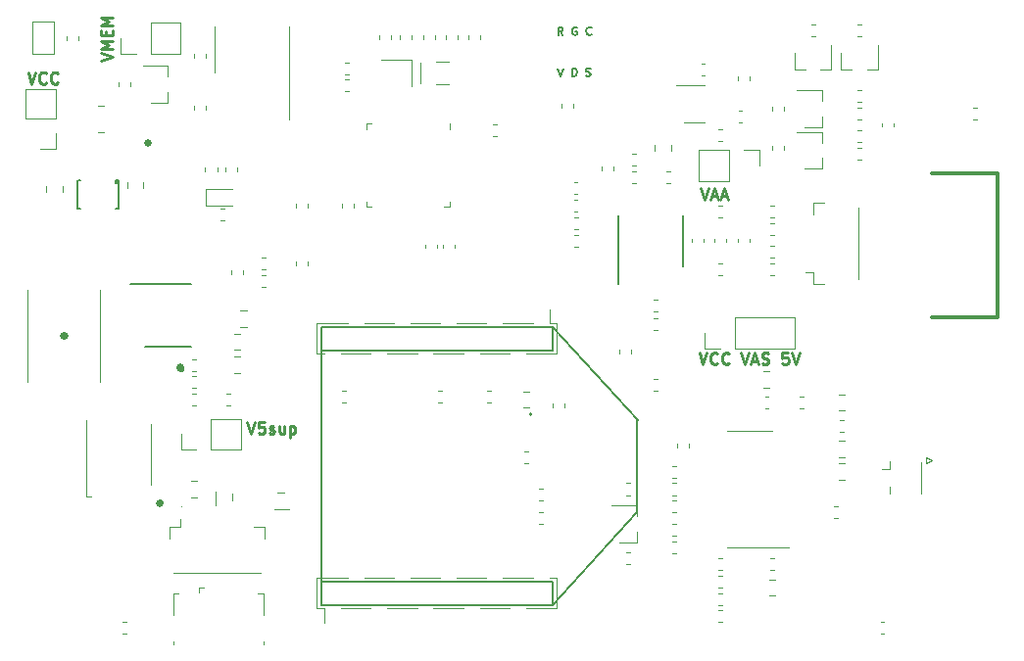
<source format=gto>
G04 #@! TF.GenerationSoftware,KiCad,Pcbnew,(5.1.5-0-10_14)*
G04 #@! TF.CreationDate,2021-06-08T11:11:05+02:00*
G04 #@! TF.ProjectId,Nestbox,4e657374-626f-4782-9e6b-696361645f70,rev?*
G04 #@! TF.SameCoordinates,Original*
G04 #@! TF.FileFunction,Legend,Top*
G04 #@! TF.FilePolarity,Positive*
%FSLAX46Y46*%
G04 Gerber Fmt 4.6, Leading zero omitted, Abs format (unit mm)*
G04 Created by KiCad (PCBNEW (5.1.5-0-10_14)) date 2021-06-08 11:11:05*
%MOMM*%
%LPD*%
G04 APERTURE LIST*
%ADD10C,0.250000*%
%ADD11C,0.500000*%
%ADD12C,0.300000*%
%ADD13C,0.120000*%
%ADD14C,0.150000*%
%ADD15C,0.127000*%
%ADD16C,0.200000*%
%ADD17C,0.100000*%
G04 APERTURE END LIST*
D10*
X115130952Y69297619D02*
X115464285Y68297619D01*
X115797619Y69297619D01*
X116607142Y69297619D02*
X116130952Y69297619D01*
X116083333Y68821428D01*
X116130952Y68869047D01*
X116226190Y68916666D01*
X116464285Y68916666D01*
X116559523Y68869047D01*
X116607142Y68821428D01*
X116654761Y68726190D01*
X116654761Y68488095D01*
X116607142Y68392857D01*
X116559523Y68345238D01*
X116464285Y68297619D01*
X116226190Y68297619D01*
X116130952Y68345238D01*
X116083333Y68392857D01*
X117035714Y68345238D02*
X117130952Y68297619D01*
X117321428Y68297619D01*
X117416666Y68345238D01*
X117464285Y68440476D01*
X117464285Y68488095D01*
X117416666Y68583333D01*
X117321428Y68630952D01*
X117178571Y68630952D01*
X117083333Y68678571D01*
X117035714Y68773809D01*
X117035714Y68821428D01*
X117083333Y68916666D01*
X117178571Y68964285D01*
X117321428Y68964285D01*
X117416666Y68916666D01*
X118321428Y68964285D02*
X118321428Y68297619D01*
X117892857Y68964285D02*
X117892857Y68440476D01*
X117940476Y68345238D01*
X118035714Y68297619D01*
X118178571Y68297619D01*
X118273809Y68345238D01*
X118321428Y68392857D01*
X118797619Y68964285D02*
X118797619Y67964285D01*
X118797619Y68916666D02*
X118892857Y68964285D01*
X119083333Y68964285D01*
X119178571Y68916666D01*
X119226190Y68869047D01*
X119273809Y68773809D01*
X119273809Y68488095D01*
X119226190Y68392857D01*
X119178571Y68345238D01*
X119083333Y68297619D01*
X118892857Y68297619D01*
X118797619Y68345238D01*
X102452380Y100571428D02*
X103452380Y100904761D01*
X102452380Y101238095D01*
X103452380Y101571428D02*
X102452380Y101571428D01*
X103166666Y101904761D01*
X102452380Y102238095D01*
X103452380Y102238095D01*
X102928571Y102714285D02*
X102928571Y103047619D01*
X103452380Y103190476D02*
X103452380Y102714285D01*
X102452380Y102714285D01*
X102452380Y103190476D01*
X103452380Y103619047D02*
X102452380Y103619047D01*
X103166666Y103952380D01*
X102452380Y104285714D01*
X103452380Y104285714D01*
X154166666Y75297619D02*
X154500000Y74297619D01*
X154833333Y75297619D01*
X155738095Y74392857D02*
X155690476Y74345238D01*
X155547619Y74297619D01*
X155452380Y74297619D01*
X155309523Y74345238D01*
X155214285Y74440476D01*
X155166666Y74535714D01*
X155119047Y74726190D01*
X155119047Y74869047D01*
X155166666Y75059523D01*
X155214285Y75154761D01*
X155309523Y75250000D01*
X155452380Y75297619D01*
X155547619Y75297619D01*
X155690476Y75250000D01*
X155738095Y75202380D01*
X156738095Y74392857D02*
X156690476Y74345238D01*
X156547619Y74297619D01*
X156452380Y74297619D01*
X156309523Y74345238D01*
X156214285Y74440476D01*
X156166666Y74535714D01*
X156119047Y74726190D01*
X156119047Y74869047D01*
X156166666Y75059523D01*
X156214285Y75154761D01*
X156309523Y75250000D01*
X156452380Y75297619D01*
X156547619Y75297619D01*
X156690476Y75250000D01*
X156738095Y75202380D01*
X157785714Y75297619D02*
X158119047Y74297619D01*
X158452380Y75297619D01*
X158738095Y74583333D02*
X159214285Y74583333D01*
X158642857Y74297619D02*
X158976190Y75297619D01*
X159309523Y74297619D01*
X159595238Y74345238D02*
X159738095Y74297619D01*
X159976190Y74297619D01*
X160071428Y74345238D01*
X160119047Y74392857D01*
X160166666Y74488095D01*
X160166666Y74583333D01*
X160119047Y74678571D01*
X160071428Y74726190D01*
X159976190Y74773809D01*
X159785714Y74821428D01*
X159690476Y74869047D01*
X159642857Y74916666D01*
X159595238Y75011904D01*
X159595238Y75107142D01*
X159642857Y75202380D01*
X159690476Y75250000D01*
X159785714Y75297619D01*
X160023809Y75297619D01*
X160166666Y75250000D01*
X161833333Y75297619D02*
X161357142Y75297619D01*
X161309523Y74821428D01*
X161357142Y74869047D01*
X161452380Y74916666D01*
X161690476Y74916666D01*
X161785714Y74869047D01*
X161833333Y74821428D01*
X161880952Y74726190D01*
X161880952Y74488095D01*
X161833333Y74392857D01*
X161785714Y74345238D01*
X161690476Y74297619D01*
X161452380Y74297619D01*
X161357142Y74345238D01*
X161309523Y74392857D01*
X162166666Y75297619D02*
X162500000Y74297619D01*
X162833333Y75297619D01*
X154309523Y89547619D02*
X154642857Y88547619D01*
X154976190Y89547619D01*
X155261904Y88833333D02*
X155738095Y88833333D01*
X155166666Y88547619D02*
X155500000Y89547619D01*
X155833333Y88547619D01*
X156119047Y88833333D02*
X156595238Y88833333D01*
X156023809Y88547619D02*
X156357142Y89547619D01*
X156690476Y88547619D01*
D11*
X99214285Y76750000D02*
X99309523Y76845238D01*
X99404761Y76750000D01*
X99309523Y76654761D01*
X99214285Y76750000D01*
X99404761Y76750000D01*
X107464285Y62250000D02*
X107559523Y62345238D01*
X107654761Y62250000D01*
X107559523Y62154761D01*
X107464285Y62250000D01*
X107654761Y62250000D01*
X109214285Y74000000D02*
X109309523Y74095238D01*
X109404761Y74000000D01*
X109309523Y73904761D01*
X109214285Y74000000D01*
X109404761Y74000000D01*
X106428085Y93455800D02*
X106523323Y93551038D01*
X106618561Y93455800D01*
X106523323Y93360561D01*
X106428085Y93455800D01*
X106618561Y93455800D01*
D10*
X96166666Y99547619D02*
X96500000Y98547619D01*
X96833333Y99547619D01*
X97738095Y98642857D02*
X97690476Y98595238D01*
X97547619Y98547619D01*
X97452380Y98547619D01*
X97309523Y98595238D01*
X97214285Y98690476D01*
X97166666Y98785714D01*
X97119047Y98976190D01*
X97119047Y99119047D01*
X97166666Y99309523D01*
X97214285Y99404761D01*
X97309523Y99500000D01*
X97452380Y99547619D01*
X97547619Y99547619D01*
X97690476Y99500000D01*
X97738095Y99452380D01*
X98738095Y98642857D02*
X98690476Y98595238D01*
X98547619Y98547619D01*
X98452380Y98547619D01*
X98309523Y98595238D01*
X98214285Y98690476D01*
X98166666Y98785714D01*
X98119047Y98976190D01*
X98119047Y99119047D01*
X98166666Y99309523D01*
X98214285Y99404761D01*
X98309523Y99500000D01*
X98452380Y99547619D01*
X98547619Y99547619D01*
X98690476Y99500000D01*
X98738095Y99452380D01*
D12*
X107640000Y62419285D02*
X107711428Y62347857D01*
X107640000Y62276428D01*
X107568571Y62347857D01*
X107640000Y62419285D01*
X107640000Y62276428D01*
X106460000Y93469285D02*
X106531428Y93397857D01*
X106460000Y93326428D01*
X106388571Y93397857D01*
X106460000Y93469285D01*
X106460000Y93326428D01*
X109460000Y73969285D02*
X109531428Y73897857D01*
X109460000Y73826428D01*
X109388571Y73897857D01*
X109460000Y73969285D01*
X109460000Y73826428D01*
D13*
X155837221Y93590000D02*
X156162779Y93590000D01*
X155837221Y94610000D02*
X156162779Y94610000D01*
X157549721Y95240000D02*
X157875279Y95240000D01*
X157549721Y96260000D02*
X157875279Y96260000D01*
D12*
X179950000Y78325000D02*
X179950000Y90825000D01*
X174250000Y78325000D02*
X179950000Y78325000D01*
X174250000Y90825000D02*
X179950000Y90825000D01*
D13*
X117700000Y63200000D02*
X118300000Y63200000D01*
X118700000Y61800000D02*
X118700000Y61800000D01*
X117500000Y61800000D02*
X118700000Y61800000D01*
D14*
X147200000Y81225000D02*
X147200000Y87200000D01*
X152725000Y82800000D02*
X152725000Y87200000D01*
D13*
X143347221Y84490000D02*
X143672779Y84490000D01*
X143347221Y85510000D02*
X143672779Y85510000D01*
X150562779Y78310000D02*
X150237221Y78310000D01*
X150562779Y77290000D02*
X150237221Y77290000D01*
X143347221Y85980000D02*
X143672779Y85980000D01*
X143347221Y87000000D02*
X143672779Y87000000D01*
X143337221Y87490000D02*
X143662779Y87490000D01*
X143337221Y88510000D02*
X143662779Y88510000D01*
X150237221Y78890000D02*
X150562779Y78890000D01*
X150237221Y79910000D02*
X150562779Y79910000D01*
X150237221Y71990000D02*
X150562779Y71990000D01*
X150237221Y73010000D02*
X150562779Y73010000D01*
X155837221Y81990000D02*
X156162779Y81990000D01*
X155837221Y83010000D02*
X156162779Y83010000D01*
X155837221Y86990000D02*
X156162779Y86990000D01*
X155837221Y88010000D02*
X156162779Y88010000D01*
X160337221Y86990000D02*
X160662779Y86990000D01*
X160337221Y88010000D02*
X160662779Y88010000D01*
X160337221Y81990000D02*
X160662779Y81990000D01*
X160337221Y83010000D02*
X160662779Y83010000D01*
X160337221Y85490000D02*
X160662779Y85490000D01*
X160337221Y86510000D02*
X160662779Y86510000D01*
X160337221Y83490000D02*
X160662779Y83490000D01*
X160337221Y84510000D02*
X160662779Y84510000D01*
X168162779Y93010000D02*
X167837221Y93010000D01*
X168162779Y91990000D02*
X167837221Y91990000D01*
X168162779Y98010000D02*
X167837221Y98010000D01*
X168162779Y96990000D02*
X167837221Y96990000D01*
X161510000Y92849721D02*
X161510000Y93175279D01*
X160490000Y92849721D02*
X160490000Y93175279D01*
X160490000Y96562779D02*
X160490000Y96237221D01*
X161510000Y96562779D02*
X161510000Y96237221D01*
X167837221Y102690000D02*
X168162779Y102690000D01*
X167837221Y103710000D02*
X168162779Y103710000D01*
X164162779Y103710000D02*
X163837221Y103710000D01*
X164162779Y102690000D02*
X163837221Y102690000D01*
X155837221Y53490000D02*
X156162779Y53490000D01*
X155837221Y54510000D02*
X156162779Y54510000D01*
X156162779Y53010000D02*
X155837221Y53010000D01*
X156162779Y51990000D02*
X155837221Y51990000D01*
X155837221Y54990000D02*
X156162779Y54990000D01*
X155837221Y56010000D02*
X156162779Y56010000D01*
X156162779Y57510000D02*
X155837221Y57510000D01*
X156162779Y56490000D02*
X155837221Y56490000D01*
X152162779Y62510000D02*
X151837221Y62510000D01*
X152162779Y61490000D02*
X151837221Y61490000D01*
X148162779Y64010000D02*
X147837221Y64010000D01*
X148162779Y62990000D02*
X147837221Y62990000D01*
X148162779Y58010000D02*
X147837221Y58010000D01*
X148162779Y56990000D02*
X147837221Y56990000D01*
X151837221Y62990000D02*
X152162779Y62990000D01*
X151837221Y64010000D02*
X152162779Y64010000D01*
X166162779Y62010000D02*
X165837221Y62010000D01*
X166162779Y60990000D02*
X165837221Y60990000D01*
X141490000Y70912779D02*
X141490000Y70587221D01*
X142510000Y70912779D02*
X142510000Y70587221D01*
X136162779Y72010000D02*
X135837221Y72010000D01*
X136162779Y70990000D02*
X135837221Y70990000D01*
X139087221Y65740000D02*
X139412779Y65740000D01*
X139087221Y66760000D02*
X139412779Y66760000D01*
X123337221Y70990000D02*
X123662779Y70990000D01*
X123337221Y72010000D02*
X123662779Y72010000D01*
X131624721Y70990000D02*
X131950279Y70990000D01*
X131624721Y72010000D02*
X131950279Y72010000D01*
X112837221Y86740000D02*
X113162779Y86740000D01*
X112837221Y87760000D02*
X113162779Y87760000D01*
X131510000Y84337221D02*
X131510000Y84662779D01*
X130490000Y84337221D02*
X130490000Y84662779D01*
X105010000Y98337221D02*
X105010000Y98662779D01*
X103990000Y98337221D02*
X103990000Y98662779D01*
X143337221Y88990000D02*
X143662779Y88990000D01*
X143337221Y90010000D02*
X143662779Y90010000D01*
X110490000Y96662779D02*
X110490000Y96337221D01*
X111510000Y96662779D02*
X111510000Y96337221D01*
X143310000Y96449721D02*
X143310000Y96775279D01*
X142290000Y96449721D02*
X142290000Y96775279D01*
X110662779Y74760000D02*
X110337221Y74760000D01*
X110662779Y73740000D02*
X110337221Y73740000D01*
X110662779Y73260000D02*
X110337221Y73260000D01*
X110662779Y72240000D02*
X110337221Y72240000D01*
X116662779Y83510000D02*
X116337221Y83510000D01*
X116662779Y82490000D02*
X116337221Y82490000D01*
X113337221Y70740000D02*
X113662779Y70740000D01*
X113337221Y71760000D02*
X113662779Y71760000D01*
X146760000Y91087221D02*
X146760000Y91412779D01*
X145740000Y91087221D02*
X145740000Y91412779D01*
X114260000Y90977221D02*
X114260000Y91302779D01*
X113240000Y90977221D02*
X113240000Y91302779D01*
X111490000Y91302779D02*
X111490000Y90977221D01*
X112510000Y91302779D02*
X112510000Y90977221D01*
X119290000Y83162779D02*
X119290000Y82837221D01*
X120310000Y83162779D02*
X120310000Y82837221D01*
X140337221Y62490000D02*
X140662779Y62490000D01*
X140337221Y63510000D02*
X140662779Y63510000D01*
X140337221Y60490000D02*
X140662779Y60490000D01*
X140337221Y61510000D02*
X140662779Y61510000D01*
X177837221Y95490000D02*
X178162779Y95490000D01*
X177837221Y96510000D02*
X178162779Y96510000D01*
X170162779Y52010000D02*
X169837221Y52010000D01*
X170162779Y50990000D02*
X169837221Y50990000D01*
X104337221Y50990000D02*
X104662779Y50990000D01*
X104337221Y52010000D02*
X104662779Y52010000D01*
X99490000Y102662779D02*
X99490000Y102337221D01*
X100510000Y102662779D02*
X100510000Y102337221D01*
X162837221Y70490000D02*
X163162779Y70490000D01*
X162837221Y71510000D02*
X163162779Y71510000D01*
X151662779Y91010000D02*
X151337221Y91010000D01*
X151662779Y89990000D02*
X151337221Y89990000D01*
X150290000Y93258578D02*
X150290000Y92741422D01*
X151710000Y93258578D02*
X151710000Y92741422D01*
X148337221Y89990000D02*
X148662779Y89990000D01*
X148337221Y91010000D02*
X148662779Y91010000D01*
X148662779Y92510000D02*
X148337221Y92510000D01*
X148662779Y91490000D02*
X148337221Y91490000D01*
X155490000Y85162779D02*
X155490000Y84837221D01*
X156510000Y85162779D02*
X156510000Y84837221D01*
X147290000Y75562779D02*
X147290000Y75237221D01*
X148310000Y75562779D02*
X148310000Y75237221D01*
X153490000Y85162779D02*
X153490000Y84837221D01*
X154510000Y85162779D02*
X154510000Y84837221D01*
X158510000Y84837221D02*
X158510000Y85162779D01*
X157490000Y84837221D02*
X157490000Y85162779D01*
X168162779Y94510000D02*
X167837221Y94510000D01*
X168162779Y93490000D02*
X167837221Y93490000D01*
X169990000Y95162779D02*
X169990000Y94837221D01*
X171010000Y95162779D02*
X171010000Y94837221D01*
X168162779Y96510000D02*
X167837221Y96510000D01*
X168162779Y95490000D02*
X167837221Y95490000D01*
X152240000Y67412779D02*
X152240000Y67087221D01*
X153260000Y67412779D02*
X153260000Y67087221D01*
X151837221Y64490000D02*
X152162779Y64490000D01*
X151837221Y65510000D02*
X152162779Y65510000D01*
X151837221Y59490000D02*
X152162779Y59490000D01*
X151837221Y60510000D02*
X152162779Y60510000D01*
X151837221Y57990000D02*
X152162779Y57990000D01*
X151837221Y59010000D02*
X152162779Y59010000D01*
X160162779Y71510000D02*
X159837221Y71510000D01*
X160162779Y70490000D02*
X159837221Y70490000D01*
X160258578Y73710000D02*
X159741422Y73710000D01*
X160258578Y72290000D02*
X159741422Y72290000D01*
X160337221Y56490000D02*
X160662779Y56490000D01*
X160337221Y57510000D02*
X160662779Y57510000D01*
X160241422Y54290000D02*
X160758578Y54290000D01*
X160241422Y55710000D02*
X160758578Y55710000D01*
X139508578Y71960000D02*
X138991422Y71960000D01*
X139508578Y70540000D02*
X138991422Y70540000D01*
X134190000Y102762779D02*
X134190000Y102437221D01*
X135210000Y102762779D02*
X135210000Y102437221D01*
X111510000Y100837221D02*
X111510000Y101162779D01*
X110490000Y100837221D02*
X110490000Y101162779D01*
X123537221Y99390000D02*
X123862779Y99390000D01*
X123537221Y100410000D02*
X123862779Y100410000D01*
X123537221Y97890000D02*
X123862779Y97890000D01*
X123537221Y98910000D02*
X123862779Y98910000D01*
X124310000Y87837221D02*
X124310000Y88162779D01*
X123290000Y87837221D02*
X123290000Y88162779D01*
X136337221Y93990000D02*
X136662779Y93990000D01*
X136337221Y95010000D02*
X136662779Y95010000D01*
X131990000Y84662779D02*
X131990000Y84337221D01*
X133010000Y84662779D02*
X133010000Y84337221D01*
X130290000Y102762779D02*
X130290000Y102437221D01*
X131310000Y102762779D02*
X131310000Y102437221D01*
X132290000Y102762779D02*
X132290000Y102437221D01*
X133310000Y102762779D02*
X133310000Y102437221D01*
X127510000Y102437221D02*
X127510000Y102762779D01*
X126490000Y102437221D02*
X126490000Y102762779D01*
X129310000Y102437221D02*
X129310000Y102762779D01*
X128290000Y102437221D02*
X128290000Y102762779D01*
X113991422Y75540000D02*
X114508578Y75540000D01*
X113991422Y76960000D02*
X114508578Y76960000D01*
X113991422Y73540000D02*
X114508578Y73540000D01*
X113991422Y74960000D02*
X114508578Y74960000D01*
X97730000Y89713578D02*
X97730000Y89196422D01*
X99150000Y89713578D02*
X99150000Y89196422D01*
X110662779Y71760000D02*
X110337221Y71760000D01*
X110662779Y70740000D02*
X110337221Y70740000D01*
X113740000Y82412779D02*
X113740000Y82087221D01*
X114760000Y82412779D02*
X114760000Y82087221D01*
X116662779Y82010000D02*
X116337221Y82010000D01*
X116662779Y80990000D02*
X116337221Y80990000D01*
X158510000Y98837221D02*
X158510000Y99162779D01*
X157490000Y98837221D02*
X157490000Y99162779D01*
X114536422Y77540000D02*
X115053578Y77540000D01*
X114536422Y78960000D02*
X115053578Y78960000D01*
X154337221Y99240000D02*
X154662779Y99240000D01*
X154337221Y100260000D02*
X154662779Y100260000D01*
X104730000Y90063578D02*
X104730000Y89546422D01*
X106150000Y90063578D02*
X106150000Y89546422D01*
X110758578Y64210000D02*
X110241422Y64210000D01*
X110758578Y62790000D02*
X110241422Y62790000D01*
X102761252Y96610000D02*
X102238748Y96610000D01*
X102761252Y94390000D02*
X102238748Y94390000D01*
X96550000Y103900000D02*
X98450000Y103900000D01*
X98450000Y103900000D02*
X98450000Y101100000D01*
X98450000Y101100000D02*
X96550000Y101100000D01*
X96550000Y101100000D02*
X96550000Y103900000D01*
X108260000Y96920000D02*
X106800000Y96920000D01*
X108260000Y100080000D02*
X106100000Y100080000D01*
X108260000Y100080000D02*
X108260000Y99150000D01*
X108260000Y96920000D02*
X108260000Y97850000D01*
X96150000Y80750000D02*
X96150000Y72750000D01*
X102350000Y80750000D02*
X102350000Y72750000D01*
X104170000Y101170000D02*
X104170000Y102500000D01*
X105500000Y101170000D02*
X104170000Y101170000D01*
X106770000Y101170000D02*
X106770000Y103830000D01*
X106770000Y103830000D02*
X109370000Y103830000D01*
X106770000Y101170000D02*
X109370000Y101170000D01*
X109370000Y101170000D02*
X109370000Y103830000D01*
X98580000Y92920000D02*
X97250000Y92920000D01*
X98580000Y94250000D02*
X98580000Y92920000D01*
X98580000Y95520000D02*
X95920000Y95520000D01*
X95920000Y95520000D02*
X95920000Y98120000D01*
X98580000Y95520000D02*
X98580000Y98120000D01*
X98580000Y98120000D02*
X95920000Y98120000D01*
X159330000Y92830000D02*
X159330000Y91500000D01*
X158000000Y92830000D02*
X159330000Y92830000D01*
X156730000Y92830000D02*
X156730000Y90170000D01*
X156730000Y90170000D02*
X154130000Y90170000D01*
X156730000Y92830000D02*
X154130000Y92830000D01*
X154130000Y92830000D02*
X154130000Y90170000D01*
X109380000Y66920000D02*
X109380000Y68250000D01*
X110710000Y66920000D02*
X109380000Y66920000D01*
X111980000Y66920000D02*
X111980000Y69580000D01*
X111980000Y69580000D02*
X114580000Y69580000D01*
X111980000Y66920000D02*
X114580000Y66920000D01*
X114580000Y66920000D02*
X114580000Y69580000D01*
X154670000Y75670000D02*
X154670000Y77000000D01*
X156000000Y75670000D02*
X154670000Y75670000D01*
X157270000Y75670000D02*
X157270000Y78330000D01*
X157270000Y78330000D02*
X162410000Y78330000D01*
X157270000Y75670000D02*
X162410000Y75670000D01*
X162410000Y75670000D02*
X162410000Y78330000D01*
X148760000Y58920000D02*
X147300000Y58920000D01*
X148760000Y62080000D02*
X146600000Y62080000D01*
X148760000Y62080000D02*
X148760000Y61150000D01*
X148760000Y58920000D02*
X148760000Y59850000D01*
X164760000Y91220000D02*
X163300000Y91220000D01*
X164760000Y94380000D02*
X162600000Y94380000D01*
X164760000Y94380000D02*
X164760000Y93450000D01*
X164760000Y91220000D02*
X164760000Y92150000D01*
X164760000Y94820000D02*
X163300000Y94820000D01*
X164760000Y97980000D02*
X162600000Y97980000D01*
X164760000Y97980000D02*
X164760000Y97050000D01*
X164760000Y94820000D02*
X164760000Y95750000D01*
X166420000Y99740000D02*
X166420000Y101200000D01*
X169580000Y99740000D02*
X169580000Y101900000D01*
X169580000Y99740000D02*
X168650000Y99740000D01*
X166420000Y99740000D02*
X167350000Y99740000D01*
X162420000Y99740000D02*
X162420000Y101200000D01*
X165580000Y99740000D02*
X165580000Y101900000D01*
X165580000Y99740000D02*
X164650000Y99740000D01*
X162420000Y99740000D02*
X163350000Y99740000D01*
X110900000Y55012500D02*
X110900000Y54562500D01*
X110900000Y55012500D02*
X111350000Y55012500D01*
X116500000Y54462500D02*
X116050000Y54462500D01*
X116500000Y52612500D02*
X116500000Y54462500D01*
X108700000Y50062500D02*
X108700000Y50312500D01*
X116500000Y50062500D02*
X116500000Y50312500D01*
X108700000Y52612500D02*
X108700000Y54462500D01*
X108700000Y54462500D02*
X109150000Y54462500D01*
D14*
X141516000Y53498500D02*
X148818500Y61499500D01*
X148831200Y69462400D02*
X141516000Y77488800D01*
X121500000Y55485500D02*
X141500000Y55485500D01*
X141500000Y55485500D02*
X141500000Y53485500D01*
X121500000Y75485500D02*
X141500000Y75485500D01*
X141500000Y75485500D02*
X141500000Y77485500D01*
X121500000Y77485500D02*
X141500000Y77485500D01*
X148814200Y69485500D02*
X148814200Y61485500D01*
X121500000Y77485500D02*
X121500000Y53485500D01*
X121500000Y53485500D02*
X141500000Y53485500D01*
D13*
X121790000Y51960000D02*
X121790000Y53190000D01*
X139210000Y53190000D02*
X141860000Y53190000D01*
X135210000Y53190000D02*
X137790000Y53190000D01*
X131210000Y53190000D02*
X133790000Y53190000D01*
X127210000Y53190000D02*
X129790000Y53190000D01*
X123210000Y53190000D02*
X125790000Y53190000D01*
X121140000Y53190000D02*
X121790000Y53190000D01*
X141860000Y53190000D02*
X141860000Y55810000D01*
X141210000Y55810000D02*
X141860000Y55810000D01*
X137210000Y55810000D02*
X139790000Y55810000D01*
X133210000Y55810000D02*
X135790000Y55810000D01*
X129210000Y55810000D02*
X131790000Y55810000D01*
X125210000Y55810000D02*
X127790000Y55810000D01*
X121140000Y55810000D02*
X123790000Y55810000D01*
X121140000Y53190000D02*
X121140000Y55810000D01*
X141210000Y79040000D02*
X141210000Y77810000D01*
X123790000Y77810000D02*
X121140000Y77810000D01*
X127790000Y77810000D02*
X125210000Y77810000D01*
X131790000Y77810000D02*
X129210000Y77810000D01*
X135790000Y77810000D02*
X133210000Y77810000D01*
X139790000Y77810000D02*
X137210000Y77810000D01*
X141860000Y77810000D02*
X141210000Y77810000D01*
X121140000Y77810000D02*
X121140000Y75190000D01*
X121790000Y75190000D02*
X121140000Y75190000D01*
X125790000Y75190000D02*
X123210000Y75190000D01*
X129790000Y75190000D02*
X127210000Y75190000D01*
X133790000Y75190000D02*
X131210000Y75190000D01*
X137790000Y75190000D02*
X135210000Y75190000D01*
X141860000Y75190000D02*
X139210000Y75190000D01*
X141860000Y77810000D02*
X141860000Y75190000D01*
X174290000Y66000000D02*
X173790000Y66250000D01*
X173790000Y66250000D02*
X173790000Y65750000D01*
X173790000Y65750000D02*
X174290000Y66000000D01*
X166241422Y70290000D02*
X166758578Y70290000D01*
X166241422Y71710000D02*
X166758578Y71710000D01*
X154650000Y98410000D02*
X152200000Y98410000D01*
X152850000Y95190000D02*
X154650000Y95190000D01*
X130050000Y100400000D02*
X130050000Y98600000D01*
X131450000Y98550000D02*
X132550000Y98550000D01*
X131450000Y100450000D02*
X132550000Y100450000D01*
X129350000Y100650000D02*
X126650000Y100650000D01*
X129350000Y98350000D02*
X129350000Y100650000D01*
D14*
X104975000Y81225000D02*
X110250000Y81225000D01*
X106250000Y75825000D02*
X110250000Y75825000D01*
D15*
X104000000Y90200000D02*
X103750000Y90200000D01*
X104000000Y90100000D02*
X103750000Y90100000D01*
X103750000Y90250000D02*
X103750000Y90000000D01*
X104000000Y90000000D02*
X103750000Y90000000D01*
X103770000Y87750000D02*
X104000000Y87750000D01*
X100480000Y87750000D02*
X100710000Y87750000D01*
X100480000Y90250000D02*
X100480000Y87750000D01*
X100730000Y90250000D02*
X100500000Y90250000D01*
X104000000Y90250000D02*
X103770000Y90250000D01*
X104000000Y90000000D02*
X104000000Y90250000D01*
X104000000Y87750000D02*
X104000000Y90000000D01*
D16*
X139700000Y70000000D02*
G75*
G03X139700000Y70000000I-100000J0D01*
G01*
D13*
X118700000Y95500000D02*
X118700000Y103500000D01*
X112300000Y99500000D02*
X112300000Y103500000D01*
X132610000Y94635000D02*
X132610000Y95110000D01*
X125390000Y87890000D02*
X125865000Y87890000D01*
X125390000Y88365000D02*
X125390000Y87890000D01*
X125390000Y95110000D02*
X125865000Y95110000D01*
X125390000Y94635000D02*
X125390000Y95110000D01*
X132610000Y87890000D02*
X132135000Y87890000D01*
X132610000Y88365000D02*
X132610000Y87890000D01*
X158500000Y58440000D02*
X161950000Y58440000D01*
X158500000Y58440000D02*
X156550000Y58440000D01*
X158500000Y68560000D02*
X160450000Y68560000D01*
X158500000Y68560000D02*
X156550000Y68560000D01*
X106800000Y69100000D02*
X106800000Y63900000D01*
X101200000Y69500000D02*
X101200000Y62900000D01*
X101200000Y62900000D02*
X101600000Y62900000D01*
X167960000Y81635000D02*
X167960000Y87865000D01*
X164040000Y88235000D02*
X164040000Y87285000D01*
X164990000Y88235000D02*
X164040000Y88235000D01*
X164040000Y82215000D02*
X163350000Y82215000D01*
X164040000Y81265000D02*
X164040000Y82215000D01*
X164990000Y81265000D02*
X164040000Y81265000D01*
X170615000Y65900000D02*
X170615000Y65260000D01*
X170615000Y63100000D02*
X170615000Y63740000D01*
X170615000Y65260000D02*
X169985000Y65260000D01*
X173335000Y65850000D02*
X173335000Y63150000D01*
X108760000Y56290000D02*
X116240000Y56290000D01*
X116610000Y60210000D02*
X115660000Y60210000D01*
X116610000Y59260000D02*
X116610000Y60210000D01*
X109340000Y60210000D02*
X109340000Y60900000D01*
X108390000Y60210000D02*
X109340000Y60210000D01*
X108390000Y59260000D02*
X108390000Y60210000D01*
X111515000Y88015000D02*
X113800000Y88015000D01*
X111515000Y89485000D02*
X111515000Y88015000D01*
X113800000Y89485000D02*
X111515000Y89485000D01*
X113800000Y63100000D02*
X113800000Y62500000D01*
X112400000Y62100000D02*
X112400000Y62100000D01*
X112400000Y63300000D02*
X112400000Y62100000D01*
D17*
X109460000Y62000000D02*
G75*
G03X109460000Y62000000I-50000J0D01*
G01*
D13*
X166241422Y64290000D02*
X166758578Y64290000D01*
X166241422Y65710000D02*
X166758578Y65710000D01*
X166758578Y67710000D02*
X166241422Y67710000D01*
X166758578Y66290000D02*
X166241422Y66290000D01*
X166337221Y68490000D02*
X166662779Y68490000D01*
X166337221Y69510000D02*
X166662779Y69510000D01*
X119290000Y88162779D02*
X119290000Y87837221D01*
X120310000Y88162779D02*
X120310000Y87837221D01*
D14*
X141950000Y99905333D02*
X142183333Y99205333D01*
X142416666Y99905333D01*
X143183333Y99205333D02*
X143183333Y99905333D01*
X143350000Y99905333D01*
X143450000Y99872000D01*
X143516666Y99805333D01*
X143550000Y99738666D01*
X143583333Y99605333D01*
X143583333Y99505333D01*
X143550000Y99372000D01*
X143516666Y99305333D01*
X143450000Y99238666D01*
X143350000Y99205333D01*
X143183333Y99205333D01*
X144383333Y99238666D02*
X144483333Y99205333D01*
X144650000Y99205333D01*
X144716666Y99238666D01*
X144750000Y99272000D01*
X144783333Y99338666D01*
X144783333Y99405333D01*
X144750000Y99472000D01*
X144716666Y99505333D01*
X144650000Y99538666D01*
X144516666Y99572000D01*
X144450000Y99605333D01*
X144416666Y99638666D01*
X144383333Y99705333D01*
X144383333Y99772000D01*
X144416666Y99838666D01*
X144450000Y99872000D01*
X144516666Y99905333D01*
X144683333Y99905333D01*
X144783333Y99872000D01*
X142383333Y102761333D02*
X142150000Y103094666D01*
X141983333Y102761333D02*
X141983333Y103461333D01*
X142250000Y103461333D01*
X142316666Y103428000D01*
X142350000Y103394666D01*
X142383333Y103328000D01*
X142383333Y103228000D01*
X142350000Y103161333D01*
X142316666Y103128000D01*
X142250000Y103094666D01*
X141983333Y103094666D01*
X143583333Y103428000D02*
X143516666Y103461333D01*
X143416666Y103461333D01*
X143316666Y103428000D01*
X143250000Y103361333D01*
X143216666Y103294666D01*
X143183333Y103161333D01*
X143183333Y103061333D01*
X143216666Y102928000D01*
X143250000Y102861333D01*
X143316666Y102794666D01*
X143416666Y102761333D01*
X143483333Y102761333D01*
X143583333Y102794666D01*
X143616666Y102828000D01*
X143616666Y103061333D01*
X143483333Y103061333D01*
X144850000Y102828000D02*
X144816666Y102794666D01*
X144716666Y102761333D01*
X144650000Y102761333D01*
X144550000Y102794666D01*
X144483333Y102861333D01*
X144450000Y102928000D01*
X144416666Y103061333D01*
X144416666Y103161333D01*
X144450000Y103294666D01*
X144483333Y103361333D01*
X144550000Y103428000D01*
X144650000Y103461333D01*
X144716666Y103461333D01*
X144816666Y103428000D01*
X144850000Y103394666D01*
M02*

</source>
